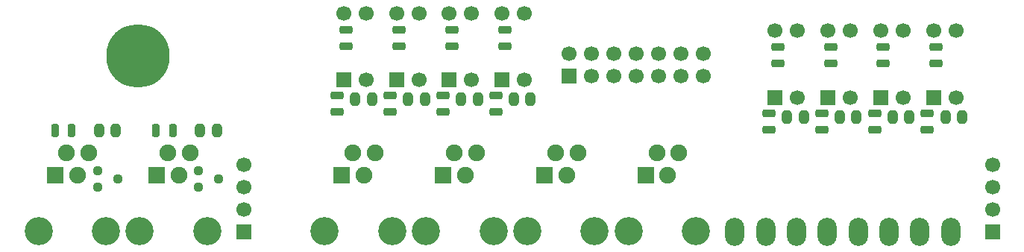
<source format=gbr>
%FSTAX42Y42*%
%MOMM*%
%SFA1B1*%

%IPPOS*%
%AMD40*
4,1,8,0.220980,0.749300,-0.220980,0.749300,-0.551180,0.419100,-0.551180,-0.419100,-0.220980,-0.749300,0.220980,-0.749300,0.551180,-0.419100,0.551180,0.419100,0.220980,0.749300,0.0*
1,1,0.660000,0.220980,0.419100*
1,1,0.660000,-0.220980,0.419100*
1,1,0.660000,-0.220980,-0.419100*
1,1,0.660000,0.220980,-0.419100*
%
%AMD41*
4,1,8,0.480060,-0.190500,0.480060,0.190500,0.190500,0.480060,-0.190500,0.480060,-0.480060,0.190500,-0.480060,-0.190500,-0.190500,-0.480060,0.190500,-0.480060,0.480060,-0.190500,0.0*
1,1,0.580000,0.190500,-0.190500*
1,1,0.580000,0.190500,0.190500*
1,1,0.580000,-0.190500,0.190500*
1,1,0.580000,-0.190500,-0.190500*
%
%AMD42*
4,1,8,-0.749300,0.170180,-0.749300,-0.170180,-0.469900,-0.449580,0.469900,-0.449580,0.749300,-0.170180,0.749300,0.170180,0.469900,0.449580,-0.469900,0.449580,-0.749300,0.170180,0.0*
1,1,0.560000,-0.469900,0.170180*
1,1,0.560000,-0.469900,-0.170180*
1,1,0.560000,0.469900,-0.170180*
1,1,0.560000,0.469900,0.170180*
%
%AMD43*
4,1,8,0.170180,0.749300,-0.170180,0.749300,-0.449580,0.469900,-0.449580,-0.469900,-0.170180,-0.749300,0.170180,-0.749300,0.449580,-0.469900,0.449580,0.469900,0.170180,0.749300,0.0*
1,1,0.560000,0.170180,0.469900*
1,1,0.560000,-0.170180,0.469900*
1,1,0.560000,-0.170180,-0.469900*
1,1,0.560000,0.170180,-0.469900*
%
%ADD22C,1.699997*%
%ADD24R,1.699997X1.699997*%
%ADD32C,7.199986*%
%ADD33C,1.699997*%
%ADD34R,1.699997X1.699997*%
%ADD35O,2.199996X3.199994*%
%ADD36R,1.699997X1.699997*%
%ADD37C,1.899996*%
%ADD38C,3.199994*%
%ADD39R,1.899996X1.899996*%
G04~CAMADD=40~8~0.0~0.0~433.1~590.6~129.9~0.0~15~0.0~0.0~0.0~0.0~0~0.0~0.0~0.0~0.0~0~0.0~0.0~0.0~0.0~433.1~590.6*
%ADD40D40*%
G04~CAMADD=41~8~0.0~0.0~378.0~378.0~114.2~0.0~15~0.0~0.0~0.0~0.0~0~0.0~0.0~0.0~0.0~0~0.0~0.0~0.0~270.0~378.0~378.0*
%ADD41D41*%
G04~CAMADD=42~8~0.0~0.0~354.3~590.6~110.2~0.0~15~0.0~0.0~0.0~0.0~0~0.0~0.0~0.0~0.0~0~0.0~0.0~0.0~90.0~590.0~354.0*
%ADD42D42*%
G04~CAMADD=43~8~0.0~0.0~354.3~590.6~110.2~0.0~15~0.0~0.0~0.0~0.0~0~0.0~0.0~0.0~0.0~0~0.0~0.0~0.0~0.0~354.3~590.6*
%ADD43D43*%
%LNpcb_monitoring_top_front-1*%
%LPD*%
G54D22*
X004887Y000026D03*
X005141D03*
X005395D03*
X005649D03*
X005903D03*
X006157D03*
X006411D03*
Y-000226D03*
X005903D03*
X005395D03*
X005141D03*
X005649D03*
X006157D03*
X009699Y-001237D03*
Y-001491D03*
Y-001745D03*
X001199Y-001237D03*
Y-001491D03*
Y-001745D03*
G54D24*
X004887Y-000226D03*
G54D32*
X0Y0D03*
G54D33*
X002586Y000485D03*
X002332D03*
X002586Y-000275D03*
X003186Y000485D03*
X002932D03*
X003186Y-000275D03*
X003786Y000485D03*
X003532D03*
X003786Y-000275D03*
X004386Y000485D03*
X004132D03*
X004386Y-000275D03*
X007486Y000285D03*
X007232D03*
X007486Y-000475D03*
X008086Y000285D03*
X007832D03*
X008086Y-000475D03*
X008686Y000285D03*
X008432D03*
X008686Y-000475D03*
X009286Y000285D03*
X009032D03*
X009286Y-000475D03*
G54D34*
X002332Y-000275D03*
X002932D03*
X003532D03*
X004132D03*
X007232Y-000475D03*
X007832D03*
X008432D03*
X009032D03*
G54D35*
X009224Y-001999D03*
X008874D03*
X008524D03*
X008174D03*
X007824D03*
X007474D03*
X007124D03*
X006774D03*
G54D36*
X009699Y-001999D03*
X001199D03*
G54D37*
X00059Y-001105D03*
X000463Y-001359D03*
X000336Y-001105D03*
X-000813D03*
X-000685Y-001359D03*
X-000558Y-001105D03*
X006139D03*
X006012Y-001359D03*
X005886Y-001105D03*
X004736D03*
X004862Y-001359D03*
X004989Y-001105D03*
X003839D03*
X003712Y-001359D03*
X003586Y-001105D03*
X002435D03*
X002563Y-001359D03*
X00269Y-001105D03*
G54D38*
X000016Y-001993D03*
X000782D03*
X-000366D03*
X-001132D03*
X005566D03*
X006332D03*
X005182D03*
X004416D03*
X003266D03*
X004032D03*
X002882D03*
X002116D03*
G54D39*
X000209Y-001359D03*
X-000939D03*
X005759D03*
X004609D03*
X003459D03*
X002308D03*
G54D40*
X002654Y-000494D03*
X002464D03*
X003254D03*
X003064D03*
X003854D03*
X003664D03*
X004454D03*
X004264D03*
X007554Y-000694D03*
X007364D03*
X008154D03*
X007964D03*
X008754D03*
X008564D03*
X009354D03*
X009164D03*
X-000254Y-000849D03*
X-000444D03*
X000894D03*
X000704D03*
G54D41*
X-000235Y-001399D03*
X-000463Y-001304D03*
Y-001494D03*
X000914Y-001399D03*
X000685Y-001304D03*
Y-001494D03*
G54D42*
X002359Y000299D03*
Y000109D03*
X002259Y-000639D03*
Y-000449D03*
X002959Y000299D03*
Y000109D03*
X002859Y-000639D03*
Y-000449D03*
X003559Y000299D03*
Y000109D03*
X003459Y-000639D03*
Y-000449D03*
X004159Y000299D03*
Y000109D03*
X004059Y-000639D03*
Y-000449D03*
X007259Y000099D03*
Y-000089D03*
X007159Y-000839D03*
Y-000649D03*
X007859Y000099D03*
Y-000089D03*
X007759Y-000839D03*
Y-000649D03*
X008459Y000099D03*
Y-000089D03*
X008359Y-000839D03*
Y-000649D03*
X009059Y000099D03*
Y-000089D03*
X008959Y-000839D03*
Y-000649D03*
G54D43*
X-000754Y-000849D03*
X-000944D03*
X000394D03*
X000204D03*
M02*
</source>
